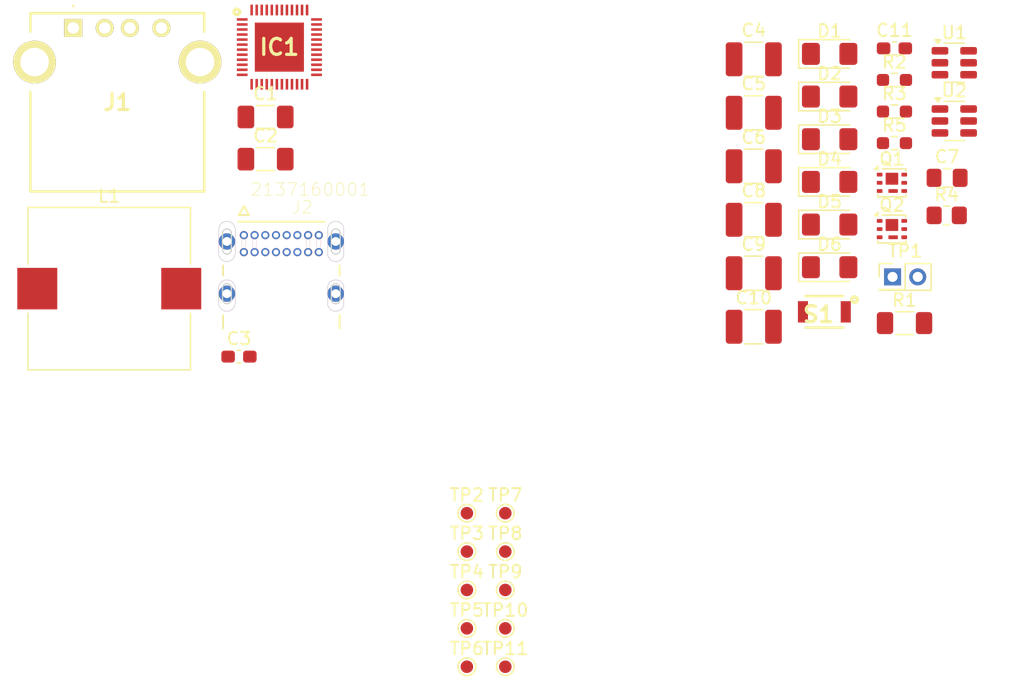
<source format=kicad_pcb>
(kicad_pcb (version 20241229) (generator "pcbnew") (generator_version "9.0")
  (layers (0 "F.Cu" signal) (2 "B.Cu" signal) (13 "F.Paste" user) (15 "B.Paste" user) (5 "F.SilkS" user "F.Silkscreen") (7 "B.SilkS" user "B.Silkscreen") (1 "F.Mask" user) (3 "B.Mask" user) (25 "Edge.Cuts" user))
  (net 0 "")
  (net 1 "+BATT")
  (net 2 "GND")
  (net 3 "/PD_Control/SW")
  (net 4 "/PD_Control/BST")
  (net 5 "/PD_Control/VBUSC")
  (net 6 "/PD_Control/VBUSA1")
  (net 8 "/PD_Control/VOUTA1")
  (net 9 "/PD_Control/VOUTSN")
  (net 10 "/PD_Control/VCC")
  (net 11 "Net-(D1-K)")
  (net 13 "Net-(D1-A)")
  (net 14 "Net-(D2-K)")
  (net 15 "/PD_Control/DLED1")
  (net 16 "Net-(D4-K)")
  (net 17 "Net-(D6-A)")
  (net 18 "Net-(IC1-LED5{slash}CSET)")
  (net 19 "/PD_Control/CC2")
  (net 20 "/PD_Control/DC+")
  (net 21 "/PD_Control/DA-")
  (net 22 "/PD_Control/GATEC")
  (net 23 "Net-(IC1-NTC)")
  (net 24 "/PD_Control/GATEA1")
  (net 25 "Net-(IC1-KEY{slash}GSET{slash}IDA1)")
  (net 26 "/PD_Control/DC-")
  (net 27 "/PD_Control/DA+")
  (net 28 "/PD_Control/CC1")
  (net 29 "/PD_Control/D+")
  (net 30 "/PD_Control/D-")
  (net 31 "/PD_Control/D1-")
  (net 32 "/PD_Control/D1+")
  (net 36 "Net-(IC1-DPA2)")
  (net 37 "Net-(IC1-DMB)")
  (net 38 "Net-(IC1-DPB)")
  (net 39 "Net-(IC1-VBUSB)")
  (net 40 "Net-(IC1-CCL{slash}WLED)")
  (net 41 "Net-(IC1-DATA)")
  (net 42 "Net-(IC1-VOUTA2)")
  (net 43 "Net-(IC1-VBUSA2)")
  (net 44 "Net-(IC1-VBUSL)")
  (net 45 "Net-(IC1-DMA2)")
  (footprint "Capacitor_SMD:C_1206_3216Metric_Pad1.33x1.80mm_HandSolder" (layer "F.Cu") (at 71.2107 67.1356)
    (property "Reference" "C2")
    (property "Value" "C")
  )
  (footprint "Resistor_SMD:R_0805_2012Metric_Pad1.20x1.40mm_HandSolder" (layer "F.Cu") (at 125.2948 71.6024)
    (property "Reference" "R4")
    (property "Value" "330")
  )
  (footprint "LED_SMD:LED_1206_3216Metric_Pad1.42x1.75mm_HandSolder" (layer "F.Cu") (at 115.9998 65.5524)
    (property "Reference" "D3")
    (property "Value" "LED")
  )
  (footprint "Connector_PinHeader_2.00mm:PinHeader_2x01_P2.00mm_Vertical" (layer "F.Cu") (at 120.9948 76.4924)
    (property "Reference" "TP1")
    (property "Value" "NTC")
  )
  (footprint "USB1130-15-A:USB113015A" (layer "F.Cu") (at 55.9407 56.7106)
    (property "Reference" "J1")
    (property "Value" "USB1130-15-A" (hide yes))
  )
  (footprint "Package_SON:Texas_DQK" (layer "F.Cu") (at 120.9448 72.6924)
    (property "Reference" "Q2")
    (property "Value" "CSD17313Q2")
  )
  (footprint "Resistor_SMD:R_0603_1608Metric_Pad0.98x0.95mm_HandSolder" (layer "F.Cu") (at 121.1448 60.8424)
    (property "Reference" "R2")
    (property "Value" "10k")
  )
  (footprint "Capacitor_SMD:C_1210_3225Metric_Pad1.33x2.70mm_HandSolder" (layer "F.Cu") (at 109.9748 63.4524)
    (property "Reference" "C5")
    (property "Value" "10uf")
  )
  (footprint "Package_TO_SOT_SMD:SOT-23-6" (layer "F.Cu") (at 125.8948 59.4774)
    (property "Reference" "U1")
    (property "Value" "USBLC6-2SC6")
  )
  (footprint "LED_SMD:LED_1206_3216Metric_Pad1.42x1.75mm_HandSolder" (layer "F.Cu") (at 115.9998 75.7224)
    (property "Reference" "D6")
    (property "Value" "LED")
  )
  (footprint "LED_SMD:LED_1206_3216Metric_Pad1.42x1.75mm_HandSolder" (layer "F.Cu") (at 115.9998 62.1624)
    (property "Reference" "D2")
    (property "Value" "LED")
  )
  (footprint "TestPoint:TestPoint_Pad_D1.0mm" (layer "F.Cu") (at 90.2462 95.2674)
    (property "Reference" "TP7")
    (property "Value" "DPB")
  )
  (footprint "Inductor_SMD:L_Vishay_IHLP-5050" (layer "F.Cu") (at 58.8007 77.4256)
    (property "Reference" "L1")
    (property "Value" "2.2")
  )
  (footprint "Resistor_SMD:R_0603_1608Metric_Pad0.98x0.95mm_HandSolder" (layer "F.Cu") (at 121.1448 65.8624)
    (property "Reference" "R5")
    (property "Value" "26.7k")
  )
  (footprint "Capacitor_SMD:C_0603_1608Metric_Pad1.08x0.95mm_HandSolder" (layer "F.Cu") (at 121.1448 58.3324)
    (property "Reference" "C11")
    (property "Value" "22uf/10v")
  )
  (footprint "TestPoint:TestPoint_Pad_D1.0mm" (layer "F.Cu") (at 87.1962 98.3174)
    (property "Reference" "TP3")
    (property "Value" "VBUSS2")
  )
  (footprint "LED_SMD:LED_1206_3216Metric_Pad1.42x1.75mm_HandSolder" (layer "F.Cu") (at 115.9998 68.9424)
    (property "Reference" "D4")
    (property "Value" "LED")
  )
  (footprint "TestPoint:TestPoint_Pad_D1.0mm" (layer "F.Cu") (at 90.2462 101.3674)
    (property "Reference" "TP9")
    (property "Value" "VBUSB")
  )
  (footprint "Capacitor_SMD:C_1210_3225Metric_Pad1.33x2.70mm_HandSolder" (layer "F.Cu") (at 109.9748 80.4524)
    (property "Reference" "C10")
    (property "Value" "22uf")
  )
  (footprint "B3U1000P:B3U-1000P" (layer "F.Cu") (at 115.5798 79.2674)
    (property "Reference" "S1")
    (property "Value" "B3U1000P" (hide yes))
  )
  (footprint "TestPoint:TestPoint_Pad_D1.0mm" (layer "F.Cu") (at 90.2462 107.4674)
    (property "Reference" "TP11")
    (property "Value" "CCL/WLED")
  )
  (footprint "TestPoint:TestPoint_Pad_D1.0mm" (layer "F.Cu") (at 90.2462 104.4174)
    (property "Reference" "TP10")
    (property "Value" "DATA")
  )
  (footprint "TestPoint:TestPoint_Pad_D1.0mm" (layer "F.Cu") (at 87.1962 104.4174)
    (property "Reference" "TP5")
    (property "Value" "DMA2")
  )
  (footprint "SW6208:QFN40P600X600X80-49N" (layer "F.Cu") (at 72.3077 58.2356)
    (property "Reference" "IC1")
    (property "Value" "SW6208" (hide yes))
  )
  (footprint "TestPoint:TestPoint_Pad_D1.0mm" (layer "F.Cu") (at 87.1962 107.4674)
    (property "Reference" "TP6")
    (property "Value" "DPA2")
  )
  (footprint "2137160001:MOLEX_2137160001" (layer "F.Cu") (at 72.4642 80.8256)
    (property "Reference" "J2")
    (property "Value" "2137160001")
    (fp_line (start -4.67 -7.8) (end -4.67 -6.5) (stroke (width 0.1)) (layer "Edge.Cuts"))
    (fp_line (start -4.67 -3.45) (end -4.67 -2.55) (stroke (width 0.1)) (layer "Edge.Cuts"))
    (fp_line (start -3.97 -6.5) (end -3.97 -7.8) (stroke (width 0.1)) (layer "Edge.Cuts"))
    (fp_line (start -3.97 -2.55) (end -3.97 -3.45) (stroke (width 0.1)) (layer "Edge.Cuts"))
    (fp_line (start 3.97 -7.8) (end 3.97 -6.5) (stroke (width 0.1)) (layer "Edge.Cuts"))
    (fp_line (start 3.97 -3.45) (end 3.97 -2.55) (stroke (width 0.1)) (layer "Edge.Cuts"))
    (fp_line (start 4.67 -6.5) (end 4.67 -7.8) (stroke (width 0.1)) (layer "Edge.Cuts"))
    (fp_line (start 4.67 -2.55) (end 4.67 -3.45) (stroke (width 0.1)) (layer "Edge.Cuts"))
    (fp_arc (start -4.67 -7.8) (mid -4.567487 -8.047487) (end -4.32 -8.15) (stroke (width 0.1)) (layer "Edge.Cuts"))
    (fp_arc (start -4.67 -3.45) (mid -4.567487 -3.697487) (end -4.32 -3.8) (stroke (width 0.1)) (layer "Edge.Cuts"))
    (fp_arc (start -4.32 -8.15) (mid -4.072513 -8.047487) (end -3.97 -7.8) (stroke (width 0.1)) (layer "Edge.Cuts"))
    (fp_arc (start -4.32 -6.15) (mid -4.567487 -6.252513) (end -4.67 -6.5) (stroke (width 0.1)) (layer "Edge.Cuts"))
    (fp_arc (start -4.32 -3.8) (mid -4.072513 -3.697487) (end -3.97 -3.45) (stroke (width 0.1)) (layer "Edge.Cuts"))
    (fp_arc (start -4.32 -2.2) (mid -4.567487 -2.302513) (end -4.67 -2.55) (stroke (width 0.1)) (layer "Edge.Cuts"))
    (fp_arc (start -3.97 -6.5) (mid -4.072513 -6.252513) (end -4.32 -6.15) (stroke (width 0.1)) (layer "Edge.Cuts"))
    (fp_arc (start -3.97 -2.55) (mid -4.072513 -2.302513) (end -4.32 -2.2) (stroke (width 0.1)) (layer "Edge.Cuts"))
    (fp_arc (start 3.97 -7.8) (mid 4.072513 -8.047487) (end 4.32 -8.15) (stroke (width 0.1)) (layer "Edge.Cuts"))
    (fp_arc (start 3.97 -3.45) (mid 4.072513 -3.697487) (end 4.32 -3.8) (stroke (width 0.1)) (layer "Edge.Cuts"))
    (fp_arc (start 4.32 -8.15) (mid 4.567487 -8.047487) (end 4.67 -7.8) (stroke (width 0.1)) (layer "Edge.Cuts"))
    (fp_arc (start 4.32 -6.15) (mid 4.072513 -6.252513) (end 3.97 -6.5) (stroke (width 0.1)) (layer "Edge.Cuts"))
    (fp_arc (start 4.32 -3.8) (mid 4.567487 -3.697487) (end 4.67 -3.45) (stroke (width 0.1)) (layer "Edge.Cuts"))
    (fp_arc (start 4.32 -2.2) (mid 4.072513 -2.302513) (end 3.97 -2.55) (stroke (width 0.1)) (layer "Edge.Cuts"))
    (fp_arc (start 4.67 -6.5) (mid 4.567487 -6.252513) (end 4.32 -6.15) (stroke (width 0.1)) (layer "Edge.Cuts"))
    (fp_arc (start 4.67 -2.55) (mid 4.567487 -2.302513) (end 4.32 -2.2) (stroke (width 0.1)) (layer "Edge.Cuts"))
  )
  (footprint "Capacitor_SMD:C_1210_3225Metric_Pad1.33x2.70mm_HandSolder" (layer "F.Cu") (at 109.9748 76.2024)
    (property "Reference" "C9")
    (property "Value" "22uf")
  )
  (footprint "Capacitor_SMD:C_1210_3225Metric_Pad1.33x2.70mm_HandSolder" (layer "F.Cu") (at 109.9748 71.9524)
    (property "Reference" "C8")
    (property "Value" "22uf")
  )
  (footprint "Package_TO_SOT_SMD:SOT-23-6" (layer "F.Cu") (at 125.8948 64.1024)
    (property "Reference" "U2")
    (property "Value" "USBLC6-2SC6")
  )
  (footprint "LED_SMD:LED_1206_3216Metric_Pad1.42x1.75mm_HandSolder" (layer "F.Cu") (at 115.9998 72.3324)
    (property "Reference" "D5")
    (property "Value" "LED")
  )
  (footprint "Resistor_SMD:R_1206_3216Metric_Pad1.30x1.75mm_HandSolder" (layer "F.Cu") (at 121.9448 80.1624)
    (property "Reference" "R1")
    (property "Value" "5m ohm")
  )
  (footprint "TestPoint:TestPoint_Pad_D1.0mm" (layer "F.Cu") (at 87.1962 95.2674)
    (property "Reference" "TP2")
    (property "Value" "VBUSL")
  )
  (footprint "Package_SON:Texas_DQK" (layer "F.Cu") (at 120.9448 69.0174)
    (property "Reference" "Q1")
    (property "Value" "CSD17313Q2")
  )
  (footprint "LED_SMD:LED_1206_3216Metric_Pad1.42x1.75mm_HandSolder" (layer "F.Cu") (at 115.9998 58.7724)
    (property "Reference" "D1")
    (property "Value" "LED")
  )
  (footprint "Capacitor_SMD:C_1210_3225Metric_Pad1.33x2.70mm_HandSolder" (layer "F.Cu") (at 109.9748 59.2024)
    (property "Reference" "C4")
    (property "Value" "10uf")
  )
  (footprint "TestPoint:TestPoint_Pad_D1.0mm" (layer "F.Cu") (at 87.1962 101.3674)
    (property "Reference" "TP4")
    (property "Value" "VOUTA2")
  )
  (footprint "Capacitor_SMD:C_1210_3225Metric_Pad1.33x2.70mm_HandSolder" (layer "F.Cu") (at 109.9748 67.7024)
    (property "Reference" "C6")
    (property "Value" "22uf")
  )
  (footprint "Capacitor_SMD:C_0603_1608Metric_Pad1.08x0.95mm_HandSolder" (layer "F.Cu") (at 69.1007 82.8256)
    (property "Reference" "C3")
    (property "Value" "0.1uf")
  )
  (footprint "Capacitor_SMD:C_0805_2012Metric_Pad1.18x1.45mm_HandSolder" (layer "F.Cu") (at 125.3248 68.6224)
    (property "Reference" "C7")
    (property "Value" "0.1uf")
  )
  (footprint "Capacitor_SMD:C_1206_3216Metric_Pad1.33x1.80mm_HandSolder" (layer "F.Cu") (at 71.2107 63.7856)
    (property "Reference" "C1")
    (property "Value" "C")
  )
  (footprint "Resistor_SMD:R_0603_1608Metric_Pad0.98x0.95mm_HandSolder" (layer "F.Cu") (at 121.1448 63.3524)
    (property "Reference" "R3")
    (property "Value" "10k")
  )
  (footprint "TestPoint:TestPoint_Pad_D1.0mm" (layer "F.Cu") (at 90.2462 98.3174)
    (property "Reference" "TP8")
    (property "Value" "DMB")
  )
)
</source>
